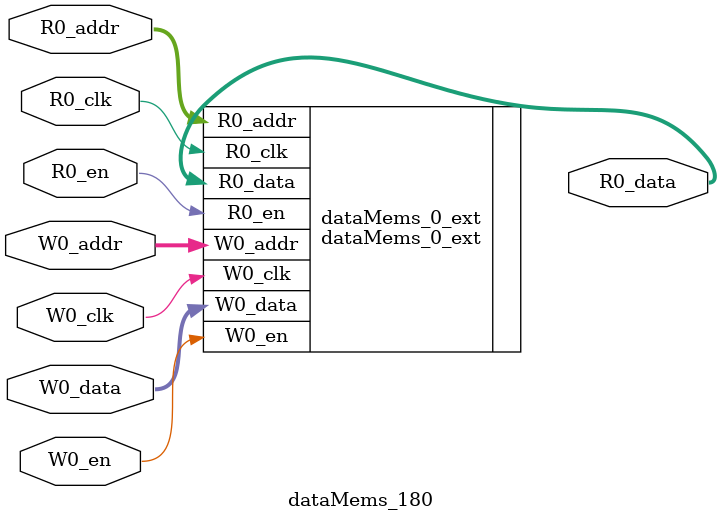
<source format=sv>
`ifndef RANDOMIZE
  `ifdef RANDOMIZE_REG_INIT
    `define RANDOMIZE
  `endif // RANDOMIZE_REG_INIT
`endif // not def RANDOMIZE
`ifndef RANDOMIZE
  `ifdef RANDOMIZE_MEM_INIT
    `define RANDOMIZE
  `endif // RANDOMIZE_MEM_INIT
`endif // not def RANDOMIZE

`ifndef RANDOM
  `define RANDOM $random
`endif // not def RANDOM

// Users can define 'PRINTF_COND' to add an extra gate to prints.
`ifndef PRINTF_COND_
  `ifdef PRINTF_COND
    `define PRINTF_COND_ (`PRINTF_COND)
  `else  // PRINTF_COND
    `define PRINTF_COND_ 1
  `endif // PRINTF_COND
`endif // not def PRINTF_COND_

// Users can define 'ASSERT_VERBOSE_COND' to add an extra gate to assert error printing.
`ifndef ASSERT_VERBOSE_COND_
  `ifdef ASSERT_VERBOSE_COND
    `define ASSERT_VERBOSE_COND_ (`ASSERT_VERBOSE_COND)
  `else  // ASSERT_VERBOSE_COND
    `define ASSERT_VERBOSE_COND_ 1
  `endif // ASSERT_VERBOSE_COND
`endif // not def ASSERT_VERBOSE_COND_

// Users can define 'STOP_COND' to add an extra gate to stop conditions.
`ifndef STOP_COND_
  `ifdef STOP_COND
    `define STOP_COND_ (`STOP_COND)
  `else  // STOP_COND
    `define STOP_COND_ 1
  `endif // STOP_COND
`endif // not def STOP_COND_

// Users can define INIT_RANDOM as general code that gets injected into the
// initializer block for modules with registers.
`ifndef INIT_RANDOM
  `define INIT_RANDOM
`endif // not def INIT_RANDOM

// If using random initialization, you can also define RANDOMIZE_DELAY to
// customize the delay used, otherwise 0.002 is used.
`ifndef RANDOMIZE_DELAY
  `define RANDOMIZE_DELAY 0.002
`endif // not def RANDOMIZE_DELAY

// Define INIT_RANDOM_PROLOG_ for use in our modules below.
`ifndef INIT_RANDOM_PROLOG_
  `ifdef RANDOMIZE
    `ifdef VERILATOR
      `define INIT_RANDOM_PROLOG_ `INIT_RANDOM
    `else  // VERILATOR
      `define INIT_RANDOM_PROLOG_ `INIT_RANDOM #`RANDOMIZE_DELAY begin end
    `endif // VERILATOR
  `else  // RANDOMIZE
    `define INIT_RANDOM_PROLOG_
  `endif // RANDOMIZE
`endif // not def INIT_RANDOM_PROLOG_

// Include register initializers in init blocks unless synthesis is set
`ifndef SYNTHESIS
  `ifndef ENABLE_INITIAL_REG_
    `define ENABLE_INITIAL_REG_
  `endif // not def ENABLE_INITIAL_REG_
`endif // not def SYNTHESIS

// Include rmemory initializers in init blocks unless synthesis is set
`ifndef SYNTHESIS
  `ifndef ENABLE_INITIAL_MEM_
    `define ENABLE_INITIAL_MEM_
  `endif // not def ENABLE_INITIAL_MEM_
`endif // not def SYNTHESIS

module dataMems_180(	// @[generators/ara/src/main/scala/UnsafeAXI4ToTL.scala:365:62]
  input  [4:0]  R0_addr,
  input         R0_en,
  input         R0_clk,
  output [66:0] R0_data,
  input  [4:0]  W0_addr,
  input         W0_en,
  input         W0_clk,
  input  [66:0] W0_data
);

  dataMems_0_ext dataMems_0_ext (	// @[generators/ara/src/main/scala/UnsafeAXI4ToTL.scala:365:62]
    .R0_addr (R0_addr),
    .R0_en   (R0_en),
    .R0_clk  (R0_clk),
    .R0_data (R0_data),
    .W0_addr (W0_addr),
    .W0_en   (W0_en),
    .W0_clk  (W0_clk),
    .W0_data (W0_data)
  );
endmodule


</source>
